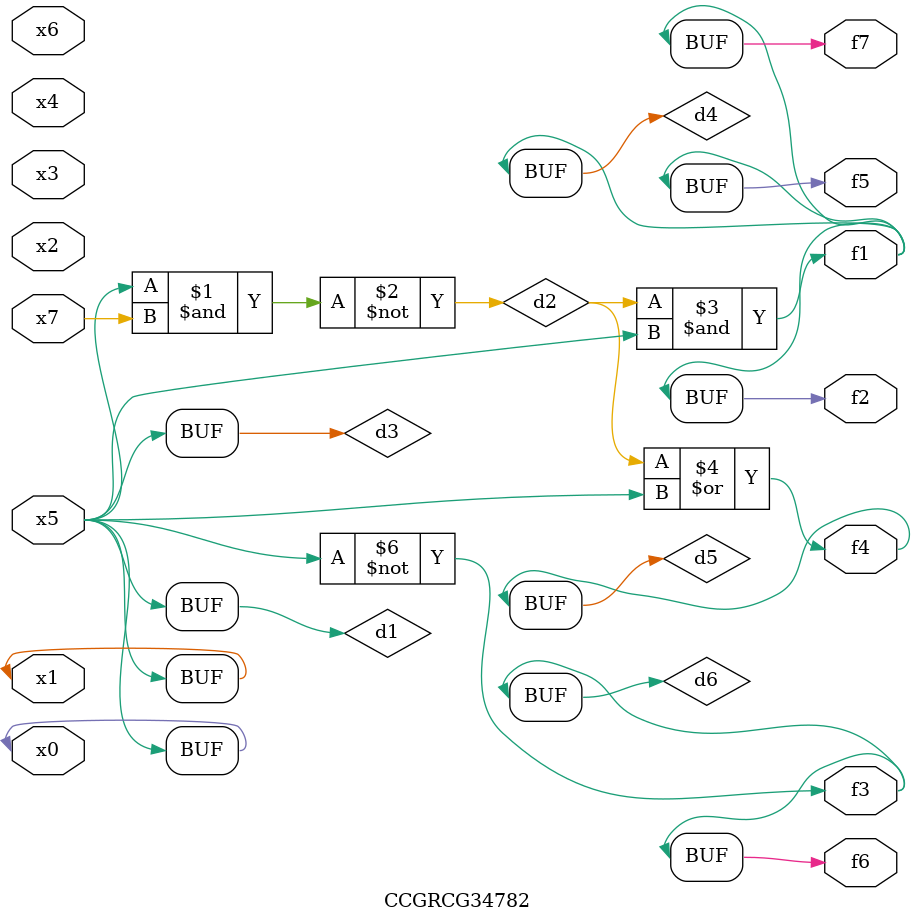
<source format=v>
module CCGRCG34782(
	input x0, x1, x2, x3, x4, x5, x6, x7,
	output f1, f2, f3, f4, f5, f6, f7
);

	wire d1, d2, d3, d4, d5, d6;

	buf (d1, x0, x5);
	nand (d2, x5, x7);
	buf (d3, x0, x1);
	and (d4, d2, d3);
	or (d5, d2, d3);
	nor (d6, d1, d3);
	assign f1 = d4;
	assign f2 = d4;
	assign f3 = d6;
	assign f4 = d5;
	assign f5 = d4;
	assign f6 = d6;
	assign f7 = d4;
endmodule

</source>
